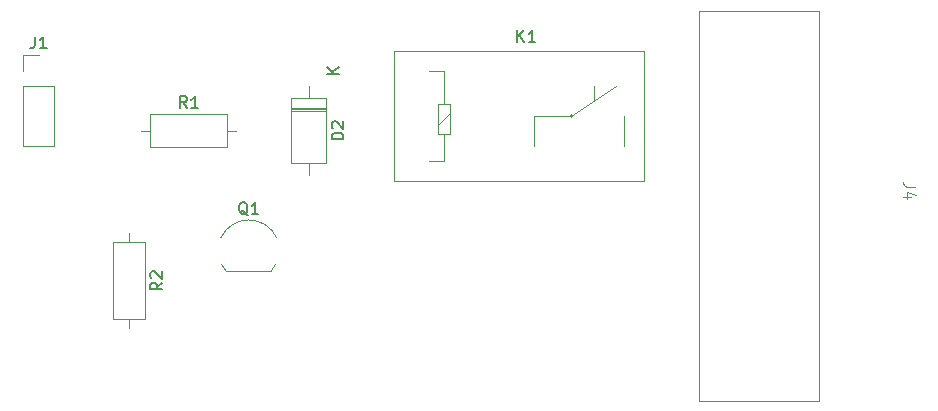
<source format=gbr>
%TF.GenerationSoftware,KiCad,Pcbnew,7.0.10*%
%TF.CreationDate,2025-06-10T16:40:00+09:00*%
%TF.ProjectId,Relay_Switch,52656c61-795f-4537-9769-7463682e6b69,rev?*%
%TF.SameCoordinates,Original*%
%TF.FileFunction,Legend,Top*%
%TF.FilePolarity,Positive*%
%FSLAX46Y46*%
G04 Gerber Fmt 4.6, Leading zero omitted, Abs format (unit mm)*
G04 Created by KiCad (PCBNEW 7.0.10) date 2025-06-10 16:40:00*
%MOMM*%
%LPD*%
G01*
G04 APERTURE LIST*
%ADD10C,0.150000*%
%ADD11C,0.100000*%
%ADD12C,0.120000*%
G04 APERTURE END LIST*
D10*
X137064761Y-113830057D02*
X136969523Y-113782438D01*
X136969523Y-113782438D02*
X136874285Y-113687200D01*
X136874285Y-113687200D02*
X136731428Y-113544342D01*
X136731428Y-113544342D02*
X136636190Y-113496723D01*
X136636190Y-113496723D02*
X136540952Y-113496723D01*
X136588571Y-113734819D02*
X136493333Y-113687200D01*
X136493333Y-113687200D02*
X136398095Y-113591961D01*
X136398095Y-113591961D02*
X136350476Y-113401485D01*
X136350476Y-113401485D02*
X136350476Y-113068152D01*
X136350476Y-113068152D02*
X136398095Y-112877676D01*
X136398095Y-112877676D02*
X136493333Y-112782438D01*
X136493333Y-112782438D02*
X136588571Y-112734819D01*
X136588571Y-112734819D02*
X136779047Y-112734819D01*
X136779047Y-112734819D02*
X136874285Y-112782438D01*
X136874285Y-112782438D02*
X136969523Y-112877676D01*
X136969523Y-112877676D02*
X137017142Y-113068152D01*
X137017142Y-113068152D02*
X137017142Y-113401485D01*
X137017142Y-113401485D02*
X136969523Y-113591961D01*
X136969523Y-113591961D02*
X136874285Y-113687200D01*
X136874285Y-113687200D02*
X136779047Y-113734819D01*
X136779047Y-113734819D02*
X136588571Y-113734819D01*
X137969523Y-113734819D02*
X137398095Y-113734819D01*
X137683809Y-113734819D02*
X137683809Y-112734819D01*
X137683809Y-112734819D02*
X137588571Y-112877676D01*
X137588571Y-112877676D02*
X137493333Y-112972914D01*
X137493333Y-112972914D02*
X137398095Y-113020533D01*
X159906905Y-99174819D02*
X159906905Y-98174819D01*
X160478333Y-99174819D02*
X160049762Y-98603390D01*
X160478333Y-98174819D02*
X159906905Y-98746247D01*
X161430714Y-99174819D02*
X160859286Y-99174819D01*
X161145000Y-99174819D02*
X161145000Y-98174819D01*
X161145000Y-98174819D02*
X161049762Y-98317676D01*
X161049762Y-98317676D02*
X160954524Y-98412914D01*
X160954524Y-98412914D02*
X160859286Y-98460533D01*
X131913333Y-104764819D02*
X131580000Y-104288628D01*
X131341905Y-104764819D02*
X131341905Y-103764819D01*
X131341905Y-103764819D02*
X131722857Y-103764819D01*
X131722857Y-103764819D02*
X131818095Y-103812438D01*
X131818095Y-103812438D02*
X131865714Y-103860057D01*
X131865714Y-103860057D02*
X131913333Y-103955295D01*
X131913333Y-103955295D02*
X131913333Y-104098152D01*
X131913333Y-104098152D02*
X131865714Y-104193390D01*
X131865714Y-104193390D02*
X131818095Y-104241009D01*
X131818095Y-104241009D02*
X131722857Y-104288628D01*
X131722857Y-104288628D02*
X131341905Y-104288628D01*
X132865714Y-104764819D02*
X132294286Y-104764819D01*
X132580000Y-104764819D02*
X132580000Y-103764819D01*
X132580000Y-103764819D02*
X132484762Y-103907676D01*
X132484762Y-103907676D02*
X132389524Y-104002914D01*
X132389524Y-104002914D02*
X132294286Y-104050533D01*
X145164819Y-107418094D02*
X144164819Y-107418094D01*
X144164819Y-107418094D02*
X144164819Y-107179999D01*
X144164819Y-107179999D02*
X144212438Y-107037142D01*
X144212438Y-107037142D02*
X144307676Y-106941904D01*
X144307676Y-106941904D02*
X144402914Y-106894285D01*
X144402914Y-106894285D02*
X144593390Y-106846666D01*
X144593390Y-106846666D02*
X144736247Y-106846666D01*
X144736247Y-106846666D02*
X144926723Y-106894285D01*
X144926723Y-106894285D02*
X145021961Y-106941904D01*
X145021961Y-106941904D02*
X145117200Y-107037142D01*
X145117200Y-107037142D02*
X145164819Y-107179999D01*
X145164819Y-107179999D02*
X145164819Y-107418094D01*
X144260057Y-106465713D02*
X144212438Y-106418094D01*
X144212438Y-106418094D02*
X144164819Y-106322856D01*
X144164819Y-106322856D02*
X144164819Y-106084761D01*
X144164819Y-106084761D02*
X144212438Y-105989523D01*
X144212438Y-105989523D02*
X144260057Y-105941904D01*
X144260057Y-105941904D02*
X144355295Y-105894285D01*
X144355295Y-105894285D02*
X144450533Y-105894285D01*
X144450533Y-105894285D02*
X144593390Y-105941904D01*
X144593390Y-105941904D02*
X145164819Y-106513332D01*
X145164819Y-106513332D02*
X145164819Y-105894285D01*
X144794819Y-101861904D02*
X143794819Y-101861904D01*
X144794819Y-101290476D02*
X144223390Y-101719047D01*
X143794819Y-101290476D02*
X144366247Y-101861904D01*
D11*
X193582580Y-111426666D02*
X192868295Y-111426666D01*
X192868295Y-111426666D02*
X192725438Y-111379047D01*
X192725438Y-111379047D02*
X192630200Y-111283809D01*
X192630200Y-111283809D02*
X192582580Y-111140952D01*
X192582580Y-111140952D02*
X192582580Y-111045714D01*
X193249247Y-112331428D02*
X192582580Y-112331428D01*
X193630200Y-112093333D02*
X192915914Y-111855238D01*
X192915914Y-111855238D02*
X192915914Y-112474285D01*
D10*
X129824819Y-119546666D02*
X129348628Y-119879999D01*
X129824819Y-120118094D02*
X128824819Y-120118094D01*
X128824819Y-120118094D02*
X128824819Y-119737142D01*
X128824819Y-119737142D02*
X128872438Y-119641904D01*
X128872438Y-119641904D02*
X128920057Y-119594285D01*
X128920057Y-119594285D02*
X129015295Y-119546666D01*
X129015295Y-119546666D02*
X129158152Y-119546666D01*
X129158152Y-119546666D02*
X129253390Y-119594285D01*
X129253390Y-119594285D02*
X129301009Y-119641904D01*
X129301009Y-119641904D02*
X129348628Y-119737142D01*
X129348628Y-119737142D02*
X129348628Y-120118094D01*
X128920057Y-119165713D02*
X128872438Y-119118094D01*
X128872438Y-119118094D02*
X128824819Y-119022856D01*
X128824819Y-119022856D02*
X128824819Y-118784761D01*
X128824819Y-118784761D02*
X128872438Y-118689523D01*
X128872438Y-118689523D02*
X128920057Y-118641904D01*
X128920057Y-118641904D02*
X129015295Y-118594285D01*
X129015295Y-118594285D02*
X129110533Y-118594285D01*
X129110533Y-118594285D02*
X129253390Y-118641904D01*
X129253390Y-118641904D02*
X129824819Y-119213332D01*
X129824819Y-119213332D02*
X129824819Y-118594285D01*
X119046666Y-98724819D02*
X119046666Y-99439104D01*
X119046666Y-99439104D02*
X118999047Y-99581961D01*
X118999047Y-99581961D02*
X118903809Y-99677200D01*
X118903809Y-99677200D02*
X118760952Y-99724819D01*
X118760952Y-99724819D02*
X118665714Y-99724819D01*
X120046666Y-99724819D02*
X119475238Y-99724819D01*
X119760952Y-99724819D02*
X119760952Y-98724819D01*
X119760952Y-98724819D02*
X119665714Y-98867676D01*
X119665714Y-98867676D02*
X119570476Y-98962914D01*
X119570476Y-98962914D02*
X119475238Y-99010533D01*
D12*
%TO.C,Q1*%
X135220000Y-118540000D02*
X139070000Y-118540000D01*
X137160000Y-114240001D02*
G75*
G03*
X134803601Y-115741193I0J-2599999D01*
G01*
X134837369Y-117962045D02*
G75*
G03*
X135220000Y-118540000I2322631J1122045D01*
G01*
X139516400Y-115741193D02*
G75*
G03*
X137160000Y-114240000I-2356400J-1098807D01*
G01*
X139069999Y-118539999D02*
G75*
G03*
X139462382Y-117952264I-1909999J1699999D01*
G01*
%TO.C,K1*%
X149465000Y-99910000D02*
X170605000Y-99910000D01*
X149465000Y-110910000D02*
X149465000Y-99910000D01*
X149465000Y-110910000D02*
X170605000Y-110910000D01*
X152415000Y-109220000D02*
X153685000Y-109220000D01*
X153175000Y-104390000D02*
X153685000Y-104390000D01*
X153175000Y-106170000D02*
X154195000Y-105160000D01*
X153175000Y-106930000D02*
X153175000Y-104390000D01*
X153685000Y-101600000D02*
X152415000Y-101600000D01*
X153685000Y-104390000D02*
X153685000Y-101600000D01*
X153685000Y-104390000D02*
X154195000Y-104390000D01*
X153685000Y-106930000D02*
X153175000Y-106930000D01*
X153685000Y-109220000D02*
X153685000Y-106930000D01*
X154195000Y-104390000D02*
X154195000Y-106930000D01*
X154195000Y-106930000D02*
X153685000Y-106930000D01*
X161305000Y-105410000D02*
X164480000Y-105410000D01*
X161305000Y-107950000D02*
X161305000Y-105410000D01*
X164480000Y-105410000D02*
X168290000Y-102870000D01*
X166385000Y-102870000D02*
X166385000Y-104140000D01*
X168925000Y-107950000D02*
X168925000Y-105410000D01*
X170605000Y-110910000D02*
X170605000Y-99910000D01*
X164607000Y-105410000D02*
G75*
G03*
X164353000Y-105410000I-127000J0D01*
G01*
X164353000Y-105410000D02*
G75*
G03*
X164607000Y-105410000I127000J0D01*
G01*
%TO.C,R1*%
X128040000Y-106680000D02*
X128810000Y-106680000D01*
X128810000Y-105310000D02*
X128810000Y-108050000D01*
X128810000Y-108050000D02*
X135350000Y-108050000D01*
X135350000Y-105310000D02*
X128810000Y-105310000D01*
X135350000Y-108050000D02*
X135350000Y-105310000D01*
X136120000Y-106680000D02*
X135350000Y-106680000D01*
%TO.C,D2*%
X142240000Y-102940000D02*
X142240000Y-103960000D01*
X143710000Y-103960000D02*
X140770000Y-103960000D01*
X140770000Y-103960000D02*
X140770000Y-109400000D01*
X143710000Y-104740000D02*
X140770000Y-104740000D01*
X143710000Y-104860000D02*
X140770000Y-104860000D01*
X143710000Y-104980000D02*
X140770000Y-104980000D01*
X143710000Y-109400000D02*
X143710000Y-103960000D01*
X140770000Y-109400000D02*
X143710000Y-109400000D01*
X142240000Y-110420000D02*
X142240000Y-109400000D01*
D11*
%TO.C,J4*%
X185420000Y-96520000D02*
X175260000Y-96520000D01*
X175260000Y-96520000D02*
X175260000Y-129540000D01*
X175260000Y-129540000D02*
X185420000Y-129540000D01*
X185420000Y-129540000D02*
X185420000Y-96520000D01*
D12*
%TO.C,R2*%
X127000000Y-115340000D02*
X127000000Y-116110000D01*
X128370000Y-116110000D02*
X125630000Y-116110000D01*
X125630000Y-116110000D02*
X125630000Y-122650000D01*
X128370000Y-122650000D02*
X128370000Y-116110000D01*
X125630000Y-122650000D02*
X128370000Y-122650000D01*
X127000000Y-123420000D02*
X127000000Y-122650000D01*
%TO.C,J1*%
X118050000Y-100270000D02*
X119380000Y-100270000D01*
X118050000Y-101600000D02*
X118050000Y-100270000D01*
X118050000Y-102870000D02*
X118050000Y-108010000D01*
X118050000Y-102870000D02*
X120710000Y-102870000D01*
X118050000Y-108010000D02*
X120710000Y-108010000D01*
X120710000Y-102870000D02*
X120710000Y-108010000D01*
%TD*%
M02*

</source>
